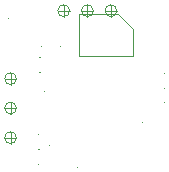
<source format=gbr>
%TF.GenerationSoftware,KiCad,Pcbnew,9.0.0*%
%TF.CreationDate,2025-03-31T12:15:58+01:00*%
%TF.ProjectId,vm_rgb_led_0.2,766d5f72-6762-45f6-9c65-645f302e322e,v0.2*%
%TF.SameCoordinates,PX518a060PY47868c0*%
%TF.FileFunction,AssemblyDrawing,Top*%
%FSLAX45Y45*%
G04 Gerber Fmt 4.5, Leading zero omitted, Abs format (unit mm)*
G04 Created by KiCad (PCBNEW 9.0.0) date 2025-03-31 12:15:58*
%MOMM*%
%LPD*%
G01*
G04 APERTURE LIST*
%ADD10C,0.100000*%
%ADD11C,0.120000*%
%ADD12C,0.060000*%
G04 APERTURE END LIST*
D10*
%TO.C,GS5*%
X100000Y825000D02*
X200000Y825000D01*
X150000Y875000D02*
X150000Y775000D01*
X200000Y825000D02*
G75*
G02*
X100000Y825000I-50000J0D01*
G01*
X100000Y825000D02*
G75*
G02*
X200000Y825000I50000J0D01*
G01*
%TO.C,GS3*%
X-750000Y250000D02*
X-650000Y250000D01*
X-700000Y300000D02*
X-700000Y200000D01*
X-650000Y250000D02*
G75*
G02*
X-750000Y250000I-50000J0D01*
G01*
X-750000Y250000D02*
G75*
G02*
X-650000Y250000I50000J0D01*
G01*
D11*
%TO.C,J1*%
X-118100Y799060D02*
X212100Y799060D01*
X-118100Y443460D02*
X-118100Y799060D01*
X212100Y799060D02*
X339100Y672060D01*
X339100Y672060D02*
X339100Y443460D01*
X339100Y443460D02*
X-118100Y443460D01*
D12*
%TO.C,R7*%
X-277000Y520000D02*
G75*
G02*
X-283000Y520000I-3000J0D01*
G01*
X-283000Y520000D02*
G75*
G02*
X-277000Y520000I3000J0D01*
G01*
D10*
%TO.C,GS4*%
X-100000Y825000D02*
X0Y825000D01*
X-50000Y875000D02*
X-50000Y775000D01*
X0Y825000D02*
G75*
G02*
X-100000Y825000I-50000J0D01*
G01*
X-100000Y825000D02*
G75*
G02*
X0Y825000I50000J0D01*
G01*
D12*
%TO.C,U2*%
X-407000Y137000D02*
G75*
G02*
X-413000Y137000I-3000J0D01*
G01*
X-413000Y137000D02*
G75*
G02*
X-407000Y137000I3000J0D01*
G01*
D10*
%TO.C,GS6*%
X-300000Y825000D02*
X-200000Y825000D01*
X-250000Y875000D02*
X-250000Y775000D01*
X-200000Y825000D02*
G75*
G02*
X-300000Y825000I-50000J0D01*
G01*
X-300000Y825000D02*
G75*
G02*
X-200000Y825000I50000J0D01*
G01*
D12*
%TO.C,D1*%
X-457000Y-480000D02*
G75*
G02*
X-463000Y-480000I-3000J0D01*
G01*
X-463000Y-480000D02*
G75*
G02*
X-457000Y-480000I3000J0D01*
G01*
%TO.C,R6*%
X-437000Y520000D02*
G75*
G02*
X-443000Y520000I-3000J0D01*
G01*
X-443000Y520000D02*
G75*
G02*
X-437000Y520000I3000J0D01*
G01*
%TO.C,C3*%
X-457000Y-220000D02*
G75*
G02*
X-463000Y-220000I-3000J0D01*
G01*
X-463000Y-220000D02*
G75*
G02*
X-457000Y-220000I3000J0D01*
G01*
%TO.C,U1*%
X-370000Y-320000D02*
G75*
G02*
X-376000Y-320000I-3000J0D01*
G01*
X-376000Y-320000D02*
G75*
G02*
X-370000Y-320000I3000J0D01*
G01*
D10*
%TO.C,GS2*%
X-750000Y-250000D02*
X-650000Y-250000D01*
X-700000Y-200000D02*
X-700000Y-300000D01*
X-650000Y-250000D02*
G75*
G02*
X-750000Y-250000I-50000J0D01*
G01*
X-750000Y-250000D02*
G75*
G02*
X-650000Y-250000I50000J0D01*
G01*
D12*
%TO.C,R4*%
X608000Y50000D02*
G75*
G02*
X602000Y50000I-3000J0D01*
G01*
X602000Y50000D02*
G75*
G02*
X608000Y50000I3000J0D01*
G01*
%TO.C,R3*%
X608000Y170000D02*
G75*
G02*
X602000Y170000I-3000J0D01*
G01*
X602000Y170000D02*
G75*
G02*
X608000Y170000I3000J0D01*
G01*
%TO.C,R5*%
X-447000Y430000D02*
G75*
G02*
X-453000Y430000I-3000J0D01*
G01*
X-453000Y430000D02*
G75*
G02*
X-447000Y430000I3000J0D01*
G01*
%TO.C,C1*%
X-127000Y-500000D02*
G75*
G02*
X-133000Y-500000I-3000J0D01*
G01*
X-133000Y-500000D02*
G75*
G02*
X-127000Y-500000I3000J0D01*
G01*
D10*
%TO.C,GS1*%
X-750000Y0D02*
X-650000Y0D01*
X-700000Y50000D02*
X-700000Y-50000D01*
X-650000Y0D02*
G75*
G02*
X-750000Y0I-50000J0D01*
G01*
X-750000Y0D02*
G75*
G02*
X-650000Y0I50000J0D01*
G01*
D12*
%TO.C,R2*%
X608000Y290000D02*
G75*
G02*
X602000Y290000I-3000J0D01*
G01*
X602000Y290000D02*
G75*
G02*
X608000Y290000I3000J0D01*
G01*
%TO.C,C2*%
X-447000Y300000D02*
G75*
G02*
X-453000Y300000I-3000J0D01*
G01*
X-453000Y300000D02*
G75*
G02*
X-447000Y300000I3000J0D01*
G01*
%TO.C,R1*%
X-457000Y-350000D02*
G75*
G02*
X-463000Y-350000I-3000J0D01*
G01*
X-463000Y-350000D02*
G75*
G02*
X-457000Y-350000I3000J0D01*
G01*
%TO.C,D2*%
X-712000Y762000D02*
G75*
G02*
X-718000Y762000I-3000J0D01*
G01*
X-718000Y762000D02*
G75*
G02*
X-712000Y762000I3000J0D01*
G01*
%TO.C,D3*%
X423000Y-125000D02*
G75*
G02*
X417000Y-125000I-3000J0D01*
G01*
X417000Y-125000D02*
G75*
G02*
X423000Y-125000I3000J0D01*
G01*
%TD*%
M02*

</source>
